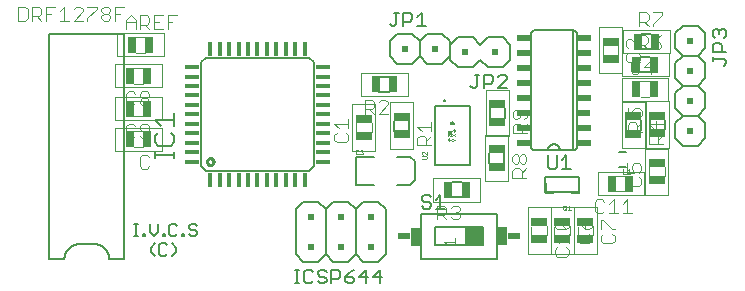
<source format=gto>
G75*
%MOIN*%
%OFA0B0*%
%FSLAX25Y25*%
%IPPOS*%
%LPD*%
%AMOC8*
5,1,8,0,0,1.08239X$1,22.5*
%
%ADD10C,0.00700*%
%ADD11C,0.00200*%
%ADD12C,0.00400*%
%ADD13R,0.02953X0.05709*%
%ADD14R,0.05709X0.02953*%
%ADD15C,0.00800*%
%ADD16C,0.00100*%
%ADD17C,0.01000*%
%ADD18C,0.00600*%
%ADD19R,0.01574X0.04528*%
%ADD20R,0.01575X0.04528*%
%ADD21R,0.01575X0.04528*%
%ADD22R,0.04528X0.01574*%
%ADD23R,0.04528X0.01575*%
%ADD24R,0.04528X0.01575*%
%ADD25C,0.00500*%
%ADD26R,0.02000X0.02000*%
%ADD27R,0.05512X0.02559*%
%ADD28R,0.02559X0.05512*%
%ADD29C,0.00300*%
%ADD30R,0.06000X0.06000*%
%ADD31R,0.03600X0.05900*%
%ADD32R,0.04200X0.02400*%
%ADD33R,0.04500X0.02000*%
D10*
X0041573Y0018595D02*
X0042915Y0018595D01*
X0042244Y0018595D02*
X0042244Y0022623D01*
X0041573Y0022623D02*
X0042915Y0022623D01*
X0046648Y0022623D02*
X0046648Y0019938D01*
X0047990Y0018595D01*
X0049333Y0019938D01*
X0049333Y0022623D01*
X0053173Y0021952D02*
X0053173Y0019267D01*
X0053844Y0018595D01*
X0055187Y0018595D01*
X0055858Y0019267D01*
X0057523Y0019267D02*
X0058195Y0019267D01*
X0058195Y0018595D01*
X0057523Y0018595D01*
X0057523Y0019267D01*
X0059698Y0019267D02*
X0060370Y0018595D01*
X0061712Y0018595D01*
X0062384Y0019267D01*
X0062384Y0019938D01*
X0061712Y0020609D01*
X0060370Y0020609D01*
X0059698Y0021281D01*
X0059698Y0021952D01*
X0060370Y0022623D01*
X0061712Y0022623D01*
X0062384Y0021952D01*
X0055858Y0021952D02*
X0055187Y0022623D01*
X0053844Y0022623D01*
X0053173Y0021952D01*
X0051669Y0019267D02*
X0051669Y0018595D01*
X0050998Y0018595D01*
X0050998Y0019267D01*
X0051669Y0019267D01*
X0051868Y0016191D02*
X0050525Y0016191D01*
X0049854Y0015520D01*
X0049854Y0012834D01*
X0050525Y0012163D01*
X0051868Y0012163D01*
X0052539Y0012834D01*
X0054204Y0012163D02*
X0055547Y0013506D01*
X0055547Y0014848D01*
X0054204Y0016191D01*
X0052539Y0015520D02*
X0051868Y0016191D01*
X0048296Y0016191D02*
X0046954Y0014848D01*
X0046954Y0013506D01*
X0048296Y0012163D01*
X0045144Y0018595D02*
X0044473Y0018595D01*
X0044473Y0019267D01*
X0045144Y0019267D01*
X0045144Y0018595D01*
D11*
X0050630Y0047098D02*
X0035094Y0047098D01*
X0035094Y0054838D01*
X0050630Y0054838D01*
X0050630Y0047098D01*
X0050621Y0057317D02*
X0035086Y0057317D01*
X0035086Y0065057D01*
X0050621Y0065057D01*
X0050621Y0057317D01*
X0050621Y0068241D02*
X0035086Y0068241D01*
X0035086Y0075981D01*
X0050621Y0075981D01*
X0050621Y0068241D01*
X0051423Y0078560D02*
X0035888Y0078560D01*
X0035888Y0086300D01*
X0051423Y0086300D01*
X0051423Y0078560D01*
X0114169Y0062560D02*
X0121909Y0062560D01*
X0121909Y0047025D01*
X0114169Y0047025D01*
X0114169Y0062560D01*
X0117077Y0065436D02*
X0117077Y0073176D01*
X0132612Y0073176D01*
X0132612Y0065436D01*
X0117077Y0065436D01*
X0126779Y0063223D02*
X0134519Y0063223D01*
X0134519Y0047688D01*
X0126779Y0047688D01*
X0126779Y0063223D01*
X0145940Y0052588D02*
X0146106Y0052588D01*
X0146774Y0051921D01*
X0146940Y0051921D01*
X0146940Y0052588D01*
X0147440Y0052588D02*
X0148440Y0051921D01*
X0148440Y0052588D02*
X0147440Y0051921D01*
X0147440Y0051088D02*
X0147606Y0051088D01*
X0147940Y0050754D01*
X0148440Y0050754D01*
X0147940Y0050754D02*
X0147606Y0050421D01*
X0147440Y0050421D01*
X0147040Y0050821D02*
X0146040Y0050821D01*
X0146540Y0051321D01*
X0146040Y0050821D02*
X0146540Y0050321D01*
X0145940Y0051921D02*
X0145940Y0052588D01*
X0146440Y0053321D02*
X0146442Y0053341D01*
X0146448Y0053359D01*
X0146457Y0053377D01*
X0146469Y0053392D01*
X0146484Y0053404D01*
X0146502Y0053413D01*
X0146520Y0053419D01*
X0146540Y0053421D01*
X0146560Y0053419D01*
X0146578Y0053413D01*
X0146596Y0053404D01*
X0146611Y0053392D01*
X0146623Y0053377D01*
X0146632Y0053359D01*
X0146638Y0053341D01*
X0146640Y0053321D01*
X0146638Y0053301D01*
X0146632Y0053283D01*
X0146623Y0053265D01*
X0146611Y0053250D01*
X0146596Y0053238D01*
X0146578Y0053229D01*
X0146560Y0053223D01*
X0146540Y0053221D01*
X0146520Y0053223D01*
X0146502Y0053229D01*
X0146484Y0053238D01*
X0146469Y0053250D01*
X0146457Y0053265D01*
X0146448Y0053283D01*
X0146442Y0053301D01*
X0146440Y0053321D01*
X0146040Y0053321D02*
X0146042Y0053365D01*
X0146048Y0053409D01*
X0146058Y0053452D01*
X0146071Y0053494D01*
X0146088Y0053535D01*
X0146109Y0053574D01*
X0146133Y0053611D01*
X0146160Y0053646D01*
X0146190Y0053678D01*
X0146223Y0053708D01*
X0146259Y0053734D01*
X0146296Y0053758D01*
X0146336Y0053777D01*
X0146377Y0053794D01*
X0146420Y0053806D01*
X0146463Y0053815D01*
X0146507Y0053820D01*
X0146551Y0053821D01*
X0146595Y0053818D01*
X0146639Y0053811D01*
X0146682Y0053800D01*
X0146724Y0053786D01*
X0146764Y0053768D01*
X0146803Y0053746D01*
X0146839Y0053722D01*
X0146873Y0053694D01*
X0146905Y0053663D01*
X0146934Y0053629D01*
X0146960Y0053593D01*
X0146982Y0053555D01*
X0147001Y0053515D01*
X0147016Y0053473D01*
X0147028Y0053431D01*
X0147036Y0053387D01*
X0147040Y0053343D01*
X0147040Y0053299D01*
X0147036Y0053255D01*
X0147028Y0053211D01*
X0147016Y0053169D01*
X0147001Y0053127D01*
X0146982Y0053087D01*
X0146960Y0053049D01*
X0146934Y0053013D01*
X0146905Y0052979D01*
X0146873Y0052948D01*
X0146839Y0052920D01*
X0146803Y0052896D01*
X0146764Y0052874D01*
X0146724Y0052856D01*
X0146682Y0052842D01*
X0146639Y0052831D01*
X0146595Y0052824D01*
X0146551Y0052821D01*
X0146507Y0052822D01*
X0146463Y0052827D01*
X0146420Y0052836D01*
X0146377Y0052848D01*
X0146336Y0052865D01*
X0146296Y0052884D01*
X0146259Y0052908D01*
X0146223Y0052934D01*
X0146190Y0052964D01*
X0146160Y0052996D01*
X0146133Y0053031D01*
X0146109Y0053068D01*
X0146088Y0053107D01*
X0146071Y0053148D01*
X0146058Y0053190D01*
X0146048Y0053233D01*
X0146042Y0053277D01*
X0146040Y0053321D01*
X0147540Y0053821D02*
X0148040Y0054321D01*
X0148540Y0053821D01*
X0148040Y0053321D02*
X0148040Y0054321D01*
X0158454Y0052457D02*
X0166195Y0052457D01*
X0166195Y0036922D01*
X0158454Y0036922D01*
X0158454Y0052457D01*
X0158610Y0051854D02*
X0158610Y0067389D01*
X0166350Y0067389D01*
X0166350Y0051854D01*
X0158610Y0051854D01*
X0156769Y0037911D02*
X0141233Y0037911D01*
X0141233Y0030170D01*
X0156769Y0030170D01*
X0156769Y0037911D01*
X0172610Y0028189D02*
X0180350Y0028189D01*
X0180350Y0012654D01*
X0172610Y0012654D01*
X0172610Y0028189D01*
X0180310Y0028189D02*
X0188050Y0028189D01*
X0188050Y0012654D01*
X0180310Y0012654D01*
X0180310Y0028189D01*
X0188010Y0028189D02*
X0195750Y0028189D01*
X0195750Y0012654D01*
X0188010Y0012654D01*
X0188010Y0028189D01*
X0195962Y0032273D02*
X0195962Y0040014D01*
X0211498Y0040014D01*
X0211498Y0032273D01*
X0195962Y0032273D01*
X0211810Y0032254D02*
X0219550Y0032254D01*
X0219550Y0047789D01*
X0211810Y0047789D01*
X0211810Y0032254D01*
X0211719Y0047960D02*
X0203978Y0047960D01*
X0203978Y0063496D01*
X0211719Y0063496D01*
X0211719Y0047960D01*
X0211941Y0048048D02*
X0219682Y0048048D01*
X0219682Y0063583D01*
X0211941Y0063583D01*
X0211941Y0048048D01*
X0219510Y0063758D02*
X0203975Y0063758D01*
X0203975Y0071498D01*
X0219510Y0071498D01*
X0219510Y0063758D01*
X0219602Y0071891D02*
X0204067Y0071891D01*
X0204067Y0079631D01*
X0219602Y0079631D01*
X0219602Y0071891D01*
X0204150Y0072854D02*
X0196410Y0072854D01*
X0196410Y0088389D01*
X0204150Y0088389D01*
X0204150Y0072854D01*
X0204412Y0079552D02*
X0204412Y0087292D01*
X0219948Y0087292D01*
X0219948Y0079552D01*
X0204412Y0079552D01*
D12*
X0205476Y0078916D02*
X0205476Y0077381D01*
X0206243Y0076614D01*
X0209313Y0076614D01*
X0210080Y0077381D01*
X0210080Y0078916D01*
X0209313Y0079683D01*
X0209534Y0080961D02*
X0209534Y0085565D01*
X0211836Y0085565D01*
X0212604Y0084798D01*
X0212604Y0083263D01*
X0211836Y0082496D01*
X0209534Y0082496D01*
X0210080Y0081218D02*
X0207011Y0084287D01*
X0206243Y0084287D01*
X0205476Y0083520D01*
X0205476Y0081985D01*
X0206243Y0081218D01*
X0210080Y0081218D02*
X0210080Y0084287D01*
X0211069Y0082496D02*
X0212604Y0080961D01*
X0214138Y0081728D02*
X0214906Y0080961D01*
X0216440Y0080961D01*
X0217208Y0081728D01*
X0217208Y0082496D01*
X0216440Y0083263D01*
X0214138Y0083263D01*
X0214138Y0081728D01*
X0214138Y0083263D02*
X0215673Y0084798D01*
X0217208Y0085565D01*
X0214484Y0088622D02*
X0214484Y0089389D01*
X0217553Y0092458D01*
X0217553Y0093226D01*
X0214484Y0093226D01*
X0212949Y0092458D02*
X0212949Y0090924D01*
X0212182Y0090156D01*
X0209880Y0090156D01*
X0211415Y0090156D02*
X0212949Y0088622D01*
X0209880Y0088622D02*
X0209880Y0093226D01*
X0212182Y0093226D01*
X0212949Y0092458D01*
X0202878Y0082122D02*
X0202878Y0079122D01*
X0205476Y0078916D02*
X0206243Y0079683D01*
X0207710Y0077432D02*
X0206942Y0076665D01*
X0206942Y0073595D01*
X0207710Y0072828D01*
X0209244Y0072828D01*
X0210012Y0073595D01*
X0211546Y0075130D02*
X0214615Y0075130D01*
X0213848Y0077432D02*
X0211546Y0075130D01*
X0210012Y0076665D02*
X0209244Y0077432D01*
X0207710Y0077432D01*
X0213848Y0077432D02*
X0213848Y0072828D01*
X0213242Y0070227D02*
X0210242Y0070227D01*
X0210341Y0065030D02*
X0213242Y0065030D01*
X0209844Y0061189D02*
X0210612Y0060421D01*
X0210612Y0058887D01*
X0209844Y0058119D01*
X0208310Y0058119D02*
X0207542Y0059654D01*
X0207542Y0060421D01*
X0208310Y0061189D01*
X0209844Y0061189D01*
X0206008Y0061189D02*
X0206008Y0058119D01*
X0208310Y0058119D01*
X0208310Y0056585D02*
X0206775Y0056585D01*
X0206008Y0055817D01*
X0206008Y0053515D01*
X0210612Y0053515D01*
X0209077Y0053515D02*
X0209077Y0055817D01*
X0208310Y0056585D01*
X0209077Y0055050D02*
X0210612Y0056585D01*
X0213045Y0056126D02*
X0215347Y0053824D01*
X0215347Y0056893D01*
X0217649Y0056126D02*
X0213045Y0056126D01*
X0213812Y0052289D02*
X0215347Y0052289D01*
X0216114Y0051522D01*
X0216114Y0049220D01*
X0217649Y0049220D02*
X0213045Y0049220D01*
X0213045Y0051522D01*
X0213812Y0052289D01*
X0216114Y0050755D02*
X0217649Y0052289D01*
X0209713Y0042895D02*
X0210480Y0042128D01*
X0210480Y0040593D01*
X0209713Y0039826D01*
X0208178Y0039826D02*
X0207411Y0041360D01*
X0207411Y0042128D01*
X0208178Y0042895D01*
X0209713Y0042895D01*
X0205876Y0042895D02*
X0205876Y0039826D01*
X0208178Y0039826D01*
X0206643Y0038291D02*
X0205876Y0037524D01*
X0205876Y0035989D01*
X0206643Y0035222D01*
X0209713Y0035222D01*
X0210480Y0035989D01*
X0210480Y0037524D01*
X0209713Y0038291D01*
X0213082Y0038522D02*
X0213082Y0041522D01*
X0218278Y0041522D02*
X0218278Y0038620D01*
X0205131Y0038742D02*
X0202230Y0038742D01*
X0202230Y0033545D02*
X0205230Y0033545D01*
X0205861Y0030947D02*
X0205861Y0026343D01*
X0207395Y0026343D02*
X0204326Y0026343D01*
X0202791Y0026343D02*
X0199722Y0026343D01*
X0201257Y0026343D02*
X0201257Y0030947D01*
X0199722Y0029413D01*
X0198187Y0030180D02*
X0197420Y0030947D01*
X0195885Y0030947D01*
X0195118Y0030180D01*
X0195118Y0027111D01*
X0195885Y0026343D01*
X0197420Y0026343D01*
X0198187Y0027111D01*
X0197843Y0024087D02*
X0200913Y0021018D01*
X0201680Y0021018D01*
X0200913Y0019483D02*
X0201680Y0018716D01*
X0201680Y0017181D01*
X0200913Y0016414D01*
X0197843Y0016414D01*
X0197076Y0017181D01*
X0197076Y0018716D01*
X0197843Y0019483D01*
X0194478Y0018922D02*
X0194478Y0021922D01*
X0193980Y0021785D02*
X0193213Y0021018D01*
X0191678Y0021018D01*
X0191678Y0023320D01*
X0192445Y0024087D01*
X0193213Y0024087D01*
X0193980Y0023320D01*
X0193980Y0021785D01*
X0191678Y0021018D02*
X0190143Y0022552D01*
X0189376Y0024087D01*
X0186280Y0023320D02*
X0186280Y0021785D01*
X0185513Y0021018D01*
X0182443Y0024087D01*
X0185513Y0024087D01*
X0186280Y0023320D01*
X0186778Y0021922D02*
X0186778Y0018922D01*
X0186280Y0019483D02*
X0186280Y0016414D01*
X0185513Y0014879D02*
X0186280Y0014112D01*
X0186280Y0012577D01*
X0185513Y0011810D01*
X0182443Y0011810D01*
X0181676Y0012577D01*
X0181676Y0014112D01*
X0182443Y0014879D01*
X0183211Y0016414D02*
X0181676Y0017949D01*
X0186280Y0017949D01*
X0189282Y0018922D02*
X0189282Y0021823D01*
X0190143Y0019483D02*
X0189376Y0018716D01*
X0189376Y0017181D01*
X0190143Y0016414D01*
X0193213Y0016414D01*
X0193980Y0017181D01*
X0193980Y0018716D01*
X0193213Y0019483D01*
X0197076Y0021018D02*
X0197076Y0024087D01*
X0197843Y0024087D01*
X0204326Y0029413D02*
X0205861Y0030947D01*
X0185513Y0021018D02*
X0182443Y0021018D01*
X0181676Y0021785D01*
X0181676Y0023320D01*
X0182443Y0024087D01*
X0179078Y0021922D02*
X0179078Y0018922D01*
X0181582Y0018922D02*
X0181582Y0021823D01*
X0173882Y0021823D02*
X0173882Y0018922D01*
X0150166Y0025008D02*
X0149399Y0024240D01*
X0147864Y0024240D01*
X0147097Y0025008D01*
X0145563Y0024240D02*
X0144028Y0025775D01*
X0144795Y0025775D02*
X0142493Y0025775D01*
X0142493Y0024240D02*
X0142493Y0028844D01*
X0144795Y0028844D01*
X0145563Y0028077D01*
X0145563Y0026542D01*
X0144795Y0025775D01*
X0147097Y0028077D02*
X0147864Y0028844D01*
X0149399Y0028844D01*
X0150166Y0028077D01*
X0150166Y0027310D01*
X0149399Y0026542D01*
X0150166Y0025775D01*
X0150166Y0025008D01*
X0149399Y0026542D02*
X0148632Y0026542D01*
X0167521Y0038182D02*
X0167521Y0040483D01*
X0168288Y0041251D01*
X0169823Y0041251D01*
X0170590Y0040483D01*
X0170590Y0038182D01*
X0172125Y0038182D02*
X0167521Y0038182D01*
X0170590Y0039716D02*
X0172125Y0041251D01*
X0171357Y0042785D02*
X0170590Y0042785D01*
X0169823Y0043553D01*
X0169823Y0045087D01*
X0170590Y0045855D01*
X0171357Y0045855D01*
X0172125Y0045087D01*
X0172125Y0043553D01*
X0171357Y0042785D01*
X0169823Y0043553D02*
X0169055Y0042785D01*
X0168288Y0042785D01*
X0167521Y0043553D01*
X0167521Y0045087D01*
X0168288Y0045855D01*
X0169055Y0045855D01*
X0169823Y0045087D01*
X0170745Y0053114D02*
X0170745Y0055416D01*
X0169978Y0056183D01*
X0168443Y0056183D01*
X0167676Y0055416D01*
X0167676Y0053114D01*
X0172280Y0053114D01*
X0170745Y0054649D02*
X0172280Y0056183D01*
X0171513Y0057718D02*
X0172280Y0058485D01*
X0172280Y0060020D01*
X0171513Y0060787D01*
X0168443Y0060787D01*
X0167676Y0060020D01*
X0167676Y0058485D01*
X0168443Y0057718D01*
X0169211Y0057718D01*
X0169978Y0058485D01*
X0169978Y0060787D01*
X0140449Y0056621D02*
X0140449Y0053552D01*
X0140449Y0052017D02*
X0138915Y0050482D01*
X0138915Y0051250D02*
X0138915Y0048948D01*
X0140449Y0048948D02*
X0135845Y0048948D01*
X0135845Y0051250D01*
X0136613Y0052017D01*
X0138147Y0052017D01*
X0138915Y0051250D01*
X0137380Y0053552D02*
X0135845Y0055086D01*
X0140449Y0055086D01*
X0126010Y0059506D02*
X0122941Y0059506D01*
X0126010Y0062575D01*
X0126010Y0063343D01*
X0125243Y0064110D01*
X0123708Y0064110D01*
X0122941Y0063343D01*
X0121406Y0063343D02*
X0121406Y0061808D01*
X0120639Y0061041D01*
X0118337Y0061041D01*
X0119871Y0061041D02*
X0121406Y0059506D01*
X0118337Y0059506D02*
X0118337Y0064110D01*
X0120639Y0064110D01*
X0121406Y0063343D01*
X0112839Y0057666D02*
X0112839Y0054597D01*
X0112072Y0053062D02*
X0112839Y0052295D01*
X0112839Y0050760D01*
X0112072Y0049993D01*
X0109002Y0049993D01*
X0108235Y0050760D01*
X0108235Y0052295D01*
X0109002Y0053062D01*
X0109770Y0054597D02*
X0108235Y0056131D01*
X0112839Y0056131D01*
X0115441Y0056293D02*
X0115441Y0053293D01*
X0120637Y0053391D02*
X0120637Y0056293D01*
X0052667Y0087630D02*
X0052667Y0092234D01*
X0055737Y0092234D01*
X0054202Y0089932D02*
X0052667Y0089932D01*
X0049598Y0089932D02*
X0048063Y0089932D01*
X0046529Y0089932D02*
X0045761Y0089165D01*
X0043460Y0089165D01*
X0044994Y0089165D02*
X0046529Y0087630D01*
X0048063Y0087630D02*
X0051133Y0087630D01*
X0048063Y0087630D02*
X0048063Y0092234D01*
X0051133Y0092234D01*
X0046529Y0091467D02*
X0046529Y0089932D01*
X0046529Y0091467D02*
X0045761Y0092234D01*
X0043460Y0092234D01*
X0043460Y0087630D01*
X0041925Y0087630D02*
X0041925Y0090699D01*
X0040390Y0092234D01*
X0038856Y0090699D01*
X0038856Y0087630D01*
X0038856Y0089932D02*
X0041925Y0089932D01*
X0036629Y0092751D02*
X0035094Y0092751D01*
X0033559Y0093518D02*
X0032792Y0092751D01*
X0031258Y0092751D01*
X0030490Y0093518D01*
X0030490Y0094285D01*
X0031258Y0095052D01*
X0032792Y0095052D01*
X0033559Y0094285D01*
X0033559Y0093518D01*
X0032792Y0092751D02*
X0033559Y0091983D01*
X0033559Y0091216D01*
X0032792Y0090449D01*
X0031258Y0090449D01*
X0030490Y0091216D01*
X0030490Y0091983D01*
X0031258Y0092751D01*
X0028956Y0094285D02*
X0025886Y0091216D01*
X0025886Y0090449D01*
X0024352Y0090449D02*
X0021282Y0090449D01*
X0024352Y0093518D01*
X0024352Y0094285D01*
X0023584Y0095052D01*
X0022050Y0095052D01*
X0021282Y0094285D01*
X0018213Y0095052D02*
X0018213Y0090449D01*
X0016678Y0090449D02*
X0019748Y0090449D01*
X0016678Y0093518D02*
X0018213Y0095052D01*
X0015144Y0095052D02*
X0012075Y0095052D01*
X0012075Y0090449D01*
X0010540Y0090449D02*
X0009005Y0091983D01*
X0009773Y0091983D02*
X0007471Y0091983D01*
X0007471Y0090449D02*
X0007471Y0095052D01*
X0009773Y0095052D01*
X0010540Y0094285D01*
X0010540Y0092751D01*
X0009773Y0091983D01*
X0012075Y0092751D02*
X0013609Y0092751D01*
X0005936Y0094285D02*
X0005936Y0091216D01*
X0005169Y0090449D01*
X0002867Y0090449D01*
X0002867Y0095052D01*
X0005169Y0095052D01*
X0005936Y0094285D01*
X0025886Y0095052D02*
X0028956Y0095052D01*
X0028956Y0094285D01*
X0035094Y0095052D02*
X0038163Y0095052D01*
X0035094Y0095052D02*
X0035094Y0090449D01*
X0042156Y0085028D02*
X0045156Y0085028D01*
X0045156Y0079832D02*
X0042254Y0079832D01*
X0041354Y0074710D02*
X0044255Y0074710D01*
X0044354Y0069513D02*
X0041354Y0069513D01*
X0041148Y0066915D02*
X0039613Y0066915D01*
X0038846Y0066148D01*
X0038846Y0063079D01*
X0039613Y0062311D01*
X0041148Y0062311D01*
X0041915Y0063079D01*
X0041354Y0063786D02*
X0044255Y0063786D01*
X0043450Y0063846D02*
X0044217Y0064613D01*
X0045752Y0064613D01*
X0046519Y0063846D01*
X0046519Y0063079D01*
X0045752Y0062311D01*
X0044217Y0062311D01*
X0043450Y0063079D01*
X0043450Y0063846D01*
X0044217Y0064613D02*
X0043450Y0065381D01*
X0043450Y0066148D01*
X0044217Y0066915D01*
X0045752Y0066915D01*
X0046519Y0066148D01*
X0046519Y0065381D01*
X0045752Y0064613D01*
X0041915Y0066148D02*
X0041148Y0066915D01*
X0041354Y0058589D02*
X0044354Y0058589D01*
X0044217Y0055991D02*
X0043450Y0055224D01*
X0043450Y0054457D01*
X0044217Y0053689D01*
X0046519Y0053689D01*
X0046519Y0052155D02*
X0046519Y0055224D01*
X0045752Y0055991D01*
X0044217Y0055991D01*
X0041915Y0055224D02*
X0041148Y0055991D01*
X0039613Y0055991D01*
X0038846Y0055224D01*
X0038846Y0052155D01*
X0039613Y0051387D01*
X0041148Y0051387D01*
X0041915Y0052155D01*
X0041362Y0053566D02*
X0044264Y0053566D01*
X0043450Y0052155D02*
X0044217Y0051387D01*
X0045752Y0051387D01*
X0046519Y0052155D01*
X0044362Y0048370D02*
X0041362Y0048370D01*
X0044225Y0045772D02*
X0043458Y0045005D01*
X0043458Y0041935D01*
X0044225Y0041168D01*
X0045760Y0041168D01*
X0046527Y0041935D01*
X0046527Y0045005D02*
X0045760Y0045772D01*
X0044225Y0045772D01*
X0197682Y0079122D02*
X0197682Y0082023D01*
D13*
X0208919Y0067633D03*
X0214619Y0067633D03*
X0206553Y0036139D03*
X0200853Y0036139D03*
X0046532Y0082435D03*
X0040832Y0082435D03*
X0039977Y0072107D03*
X0045677Y0072107D03*
X0045677Y0061183D03*
X0039977Y0061183D03*
X0039985Y0050964D03*
X0045685Y0050964D03*
D14*
X0118035Y0051969D03*
X0118035Y0057669D03*
X0176485Y0023245D03*
X0184185Y0023245D03*
X0191885Y0023245D03*
X0191885Y0017545D03*
X0184185Y0017545D03*
X0176485Y0017545D03*
X0215675Y0037198D03*
X0215675Y0042898D03*
X0200285Y0077745D03*
X0200285Y0083445D03*
D15*
X0189080Y0085822D02*
X0189080Y0048822D01*
X0189078Y0048746D01*
X0189072Y0048670D01*
X0189063Y0048595D01*
X0189049Y0048520D01*
X0189032Y0048446D01*
X0189011Y0048373D01*
X0188987Y0048301D01*
X0188958Y0048230D01*
X0188927Y0048161D01*
X0188892Y0048094D01*
X0188853Y0048029D01*
X0188811Y0047965D01*
X0188766Y0047904D01*
X0188718Y0047845D01*
X0188667Y0047789D01*
X0188613Y0047735D01*
X0188557Y0047684D01*
X0188498Y0047636D01*
X0188437Y0047591D01*
X0188373Y0047549D01*
X0188308Y0047510D01*
X0188241Y0047475D01*
X0188172Y0047444D01*
X0188101Y0047415D01*
X0188029Y0047391D01*
X0187956Y0047370D01*
X0187882Y0047353D01*
X0187807Y0047339D01*
X0187732Y0047330D01*
X0187656Y0047324D01*
X0187580Y0047322D01*
X0183380Y0047322D01*
X0179380Y0047322D01*
X0175180Y0047322D01*
X0175104Y0047324D01*
X0175028Y0047330D01*
X0174953Y0047339D01*
X0174878Y0047353D01*
X0174804Y0047370D01*
X0174731Y0047391D01*
X0174659Y0047415D01*
X0174588Y0047444D01*
X0174519Y0047475D01*
X0174452Y0047510D01*
X0174387Y0047549D01*
X0174323Y0047591D01*
X0174262Y0047636D01*
X0174203Y0047684D01*
X0174147Y0047735D01*
X0174093Y0047789D01*
X0174042Y0047845D01*
X0173994Y0047904D01*
X0173949Y0047965D01*
X0173907Y0048029D01*
X0173868Y0048094D01*
X0173833Y0048161D01*
X0173802Y0048230D01*
X0173773Y0048301D01*
X0173749Y0048373D01*
X0173728Y0048446D01*
X0173711Y0048520D01*
X0173697Y0048595D01*
X0173688Y0048670D01*
X0173682Y0048746D01*
X0173680Y0048822D01*
X0173680Y0085822D01*
X0173682Y0085898D01*
X0173688Y0085974D01*
X0173697Y0086049D01*
X0173711Y0086124D01*
X0173728Y0086198D01*
X0173749Y0086271D01*
X0173773Y0086343D01*
X0173802Y0086414D01*
X0173833Y0086483D01*
X0173868Y0086550D01*
X0173907Y0086615D01*
X0173949Y0086679D01*
X0173994Y0086740D01*
X0174042Y0086799D01*
X0174093Y0086855D01*
X0174147Y0086909D01*
X0174203Y0086960D01*
X0174262Y0087008D01*
X0174323Y0087053D01*
X0174387Y0087095D01*
X0174452Y0087134D01*
X0174519Y0087169D01*
X0174588Y0087200D01*
X0174659Y0087229D01*
X0174731Y0087253D01*
X0174804Y0087274D01*
X0174878Y0087291D01*
X0174953Y0087305D01*
X0175028Y0087314D01*
X0175104Y0087320D01*
X0175180Y0087322D01*
X0187580Y0087322D01*
X0187680Y0087322D02*
X0187680Y0047322D01*
X0183380Y0047322D02*
X0183378Y0047410D01*
X0183372Y0047499D01*
X0183362Y0047587D01*
X0183349Y0047674D01*
X0183331Y0047761D01*
X0183310Y0047847D01*
X0183285Y0047932D01*
X0183256Y0048015D01*
X0183223Y0048098D01*
X0183187Y0048178D01*
X0183148Y0048257D01*
X0183105Y0048335D01*
X0183058Y0048410D01*
X0183008Y0048483D01*
X0182955Y0048554D01*
X0182899Y0048623D01*
X0182840Y0048689D01*
X0182778Y0048752D01*
X0182714Y0048812D01*
X0182647Y0048870D01*
X0182577Y0048924D01*
X0182505Y0048976D01*
X0182431Y0049024D01*
X0182354Y0049069D01*
X0182276Y0049110D01*
X0182196Y0049148D01*
X0182115Y0049182D01*
X0182032Y0049213D01*
X0181947Y0049240D01*
X0181862Y0049263D01*
X0181776Y0049282D01*
X0181688Y0049298D01*
X0181601Y0049310D01*
X0181513Y0049318D01*
X0181424Y0049322D01*
X0181336Y0049322D01*
X0181247Y0049318D01*
X0181159Y0049310D01*
X0181072Y0049298D01*
X0180984Y0049282D01*
X0180898Y0049263D01*
X0180813Y0049240D01*
X0180728Y0049213D01*
X0180645Y0049182D01*
X0180564Y0049148D01*
X0180484Y0049110D01*
X0180406Y0049069D01*
X0180329Y0049024D01*
X0180255Y0048976D01*
X0180183Y0048924D01*
X0180113Y0048870D01*
X0180046Y0048812D01*
X0179982Y0048752D01*
X0179920Y0048689D01*
X0179861Y0048623D01*
X0179805Y0048554D01*
X0179752Y0048483D01*
X0179702Y0048410D01*
X0179655Y0048335D01*
X0179612Y0048257D01*
X0179573Y0048178D01*
X0179537Y0048098D01*
X0179504Y0048015D01*
X0179475Y0047932D01*
X0179450Y0047847D01*
X0179429Y0047761D01*
X0179411Y0047674D01*
X0179398Y0047587D01*
X0179388Y0047499D01*
X0179382Y0047410D01*
X0179380Y0047322D01*
X0178668Y0036215D02*
X0178668Y0033066D01*
X0181030Y0033066D01*
X0187330Y0033066D02*
X0189692Y0033066D01*
X0189692Y0036215D01*
X0153446Y0042478D02*
X0150296Y0042478D01*
X0144785Y0042478D02*
X0141635Y0042478D01*
X0135124Y0043549D02*
X0133549Y0045123D01*
X0129219Y0045123D01*
X0135124Y0043549D02*
X0135124Y0037249D01*
X0133549Y0035675D01*
X0129219Y0035675D01*
X0121345Y0035675D02*
X0115439Y0035675D01*
X0115439Y0045123D01*
X0121345Y0045123D01*
X0101480Y0041905D02*
X0099905Y0040330D01*
X0065259Y0040330D01*
X0063684Y0041905D01*
X0063684Y0076551D01*
X0065259Y0078125D01*
X0099905Y0078125D01*
X0101480Y0076551D01*
X0101480Y0041905D01*
X0141635Y0062163D02*
X0144785Y0062163D01*
X0144840Y0063758D02*
X0144842Y0063786D01*
X0144848Y0063813D01*
X0144857Y0063839D01*
X0144870Y0063864D01*
X0144887Y0063887D01*
X0144906Y0063907D01*
X0144928Y0063924D01*
X0144952Y0063938D01*
X0144978Y0063948D01*
X0145005Y0063955D01*
X0145033Y0063958D01*
X0145061Y0063957D01*
X0145088Y0063952D01*
X0145115Y0063943D01*
X0145140Y0063931D01*
X0145163Y0063916D01*
X0145184Y0063897D01*
X0145202Y0063876D01*
X0145217Y0063852D01*
X0145228Y0063826D01*
X0145236Y0063800D01*
X0145240Y0063772D01*
X0145240Y0063744D01*
X0145236Y0063716D01*
X0145228Y0063690D01*
X0145217Y0063664D01*
X0145202Y0063640D01*
X0145184Y0063619D01*
X0145163Y0063600D01*
X0145140Y0063585D01*
X0145115Y0063573D01*
X0145088Y0063564D01*
X0145061Y0063559D01*
X0145033Y0063558D01*
X0145005Y0063561D01*
X0144978Y0063568D01*
X0144952Y0063578D01*
X0144928Y0063592D01*
X0144906Y0063609D01*
X0144887Y0063629D01*
X0144870Y0063652D01*
X0144857Y0063677D01*
X0144848Y0063703D01*
X0144842Y0063730D01*
X0144840Y0063758D01*
X0150296Y0062163D02*
X0153446Y0062163D01*
X0147146Y0056258D02*
X0147148Y0056297D01*
X0147154Y0056336D01*
X0147164Y0056374D01*
X0147177Y0056411D01*
X0147194Y0056446D01*
X0147214Y0056480D01*
X0147238Y0056511D01*
X0147265Y0056540D01*
X0147294Y0056566D01*
X0147326Y0056589D01*
X0147360Y0056609D01*
X0147396Y0056625D01*
X0147433Y0056637D01*
X0147472Y0056646D01*
X0147511Y0056651D01*
X0147550Y0056652D01*
X0147589Y0056649D01*
X0147628Y0056642D01*
X0147665Y0056631D01*
X0147702Y0056617D01*
X0147737Y0056599D01*
X0147770Y0056578D01*
X0147801Y0056553D01*
X0147829Y0056526D01*
X0147854Y0056496D01*
X0147876Y0056463D01*
X0147895Y0056429D01*
X0147910Y0056393D01*
X0147922Y0056355D01*
X0147930Y0056317D01*
X0147934Y0056278D01*
X0147934Y0056238D01*
X0147930Y0056199D01*
X0147922Y0056161D01*
X0147910Y0056123D01*
X0147895Y0056087D01*
X0147876Y0056053D01*
X0147854Y0056020D01*
X0147829Y0055990D01*
X0147801Y0055963D01*
X0147770Y0055938D01*
X0147737Y0055917D01*
X0147702Y0055899D01*
X0147665Y0055885D01*
X0147628Y0055874D01*
X0147589Y0055867D01*
X0147550Y0055864D01*
X0147511Y0055865D01*
X0147472Y0055870D01*
X0147433Y0055879D01*
X0147396Y0055891D01*
X0147360Y0055907D01*
X0147326Y0055927D01*
X0147294Y0055950D01*
X0147265Y0055976D01*
X0147238Y0056005D01*
X0147214Y0056036D01*
X0147194Y0056070D01*
X0147177Y0056105D01*
X0147164Y0056142D01*
X0147154Y0056180D01*
X0147148Y0056219D01*
X0147146Y0056258D01*
X0149280Y0074922D02*
X0146780Y0077422D01*
X0146780Y0082422D01*
X0149280Y0084922D01*
X0154280Y0084922D01*
X0156780Y0082422D01*
X0159280Y0084922D01*
X0164280Y0084922D01*
X0166780Y0082422D01*
X0166780Y0077422D01*
X0164280Y0074922D01*
X0159280Y0074922D01*
X0156780Y0077422D01*
X0154280Y0074922D01*
X0149280Y0074922D01*
X0187580Y0087322D02*
X0187656Y0087320D01*
X0187732Y0087314D01*
X0187807Y0087305D01*
X0187882Y0087291D01*
X0187956Y0087274D01*
X0188029Y0087253D01*
X0188101Y0087229D01*
X0188172Y0087200D01*
X0188241Y0087169D01*
X0188308Y0087134D01*
X0188373Y0087095D01*
X0188437Y0087053D01*
X0188498Y0087008D01*
X0188557Y0086960D01*
X0188613Y0086909D01*
X0188667Y0086855D01*
X0188718Y0086799D01*
X0188766Y0086740D01*
X0188811Y0086679D01*
X0188853Y0086615D01*
X0188892Y0086550D01*
X0188927Y0086483D01*
X0188958Y0086414D01*
X0188987Y0086343D01*
X0189011Y0086271D01*
X0189032Y0086198D01*
X0189049Y0086124D01*
X0189063Y0086049D01*
X0189072Y0085974D01*
X0189078Y0085898D01*
X0189080Y0085822D01*
D16*
X0117806Y0047137D02*
X0117806Y0046887D01*
X0117555Y0046637D01*
X0117806Y0046386D01*
X0117806Y0046136D01*
X0117555Y0045886D01*
X0117055Y0045886D01*
X0116805Y0046136D01*
X0116332Y0046136D02*
X0116082Y0045886D01*
X0115582Y0045886D01*
X0115332Y0046136D01*
X0115332Y0047137D01*
X0115582Y0047387D01*
X0116082Y0047387D01*
X0116332Y0047137D01*
X0116805Y0047137D02*
X0117055Y0047387D01*
X0117555Y0047387D01*
X0117806Y0047137D01*
X0117555Y0046637D02*
X0117305Y0046637D01*
X0137489Y0046595D02*
X0137489Y0046094D01*
X0137739Y0045844D01*
X0137489Y0045371D02*
X0138740Y0045371D01*
X0138990Y0045121D01*
X0138990Y0044621D01*
X0138740Y0044371D01*
X0137489Y0044371D01*
X0138990Y0045844D02*
X0137990Y0046845D01*
X0137739Y0046845D01*
X0137489Y0046595D01*
X0138990Y0046845D02*
X0138990Y0045844D01*
X0184534Y0028523D02*
X0184534Y0027522D01*
X0184784Y0027272D01*
X0185284Y0027272D01*
X0185534Y0027522D01*
X0185534Y0028523D01*
X0185284Y0028773D01*
X0184784Y0028773D01*
X0184534Y0028523D01*
X0185034Y0027772D02*
X0185534Y0027272D01*
X0186007Y0027272D02*
X0187008Y0027272D01*
X0186507Y0027272D02*
X0186507Y0028773D01*
X0186007Y0028273D01*
X0204303Y0039378D02*
X0205304Y0039378D01*
X0205776Y0039378D02*
X0206777Y0039378D01*
X0206277Y0039378D02*
X0206277Y0040880D01*
X0205776Y0040379D01*
X0204303Y0040880D02*
X0204303Y0039378D01*
D17*
X0065721Y0043480D02*
X0065723Y0043547D01*
X0065729Y0043613D01*
X0065739Y0043679D01*
X0065753Y0043744D01*
X0065770Y0043808D01*
X0065792Y0043871D01*
X0065817Y0043933D01*
X0065846Y0043993D01*
X0065879Y0044051D01*
X0065914Y0044107D01*
X0065954Y0044161D01*
X0065996Y0044212D01*
X0066041Y0044261D01*
X0066089Y0044307D01*
X0066140Y0044350D01*
X0066193Y0044390D01*
X0066249Y0044427D01*
X0066307Y0044460D01*
X0066366Y0044490D01*
X0066427Y0044516D01*
X0066490Y0044539D01*
X0066554Y0044557D01*
X0066619Y0044572D01*
X0066685Y0044583D01*
X0066751Y0044590D01*
X0066817Y0044593D01*
X0066884Y0044592D01*
X0066950Y0044587D01*
X0067016Y0044578D01*
X0067082Y0044565D01*
X0067146Y0044548D01*
X0067209Y0044528D01*
X0067271Y0044503D01*
X0067332Y0044475D01*
X0067391Y0044444D01*
X0067447Y0044409D01*
X0067502Y0044371D01*
X0067554Y0044329D01*
X0067603Y0044284D01*
X0067650Y0044237D01*
X0067694Y0044187D01*
X0067734Y0044134D01*
X0067772Y0044079D01*
X0067806Y0044022D01*
X0067837Y0043963D01*
X0067864Y0043902D01*
X0067887Y0043840D01*
X0067907Y0043776D01*
X0067923Y0043711D01*
X0067935Y0043646D01*
X0067943Y0043580D01*
X0067947Y0043513D01*
X0067947Y0043447D01*
X0067943Y0043380D01*
X0067935Y0043314D01*
X0067923Y0043249D01*
X0067907Y0043184D01*
X0067887Y0043120D01*
X0067864Y0043058D01*
X0067837Y0042997D01*
X0067806Y0042938D01*
X0067772Y0042881D01*
X0067734Y0042826D01*
X0067694Y0042773D01*
X0067650Y0042723D01*
X0067603Y0042676D01*
X0067554Y0042631D01*
X0067502Y0042589D01*
X0067447Y0042551D01*
X0067390Y0042516D01*
X0067332Y0042485D01*
X0067271Y0042457D01*
X0067209Y0042432D01*
X0067146Y0042412D01*
X0067082Y0042395D01*
X0067016Y0042382D01*
X0066950Y0042373D01*
X0066884Y0042368D01*
X0066817Y0042367D01*
X0066751Y0042370D01*
X0066685Y0042377D01*
X0066619Y0042388D01*
X0066554Y0042403D01*
X0066490Y0042421D01*
X0066427Y0042444D01*
X0066366Y0042470D01*
X0066307Y0042500D01*
X0066249Y0042533D01*
X0066193Y0042570D01*
X0066140Y0042610D01*
X0066089Y0042653D01*
X0066041Y0042699D01*
X0065996Y0042748D01*
X0065954Y0042799D01*
X0065914Y0042853D01*
X0065879Y0042909D01*
X0065846Y0042967D01*
X0065817Y0043027D01*
X0065792Y0043089D01*
X0065770Y0043152D01*
X0065753Y0043216D01*
X0065739Y0043281D01*
X0065729Y0043347D01*
X0065723Y0043413D01*
X0065721Y0043480D01*
D18*
X0054782Y0044528D02*
X0054782Y0046663D01*
X0054782Y0045595D02*
X0048377Y0045595D01*
X0048377Y0044528D02*
X0048377Y0046663D01*
X0049444Y0048825D02*
X0053714Y0048825D01*
X0054782Y0049892D01*
X0054782Y0052027D01*
X0053714Y0053095D01*
X0054782Y0055270D02*
X0054782Y0059541D01*
X0054782Y0057405D02*
X0048377Y0057405D01*
X0050512Y0055270D01*
X0049444Y0053095D02*
X0048377Y0052027D01*
X0048377Y0049892D01*
X0049444Y0048825D01*
X0095406Y0027667D02*
X0095406Y0012667D01*
X0097906Y0010167D01*
X0102906Y0010167D01*
X0105406Y0012667D01*
X0105406Y0027667D01*
X0102906Y0030167D01*
X0097906Y0030167D01*
X0095406Y0027667D01*
X0105406Y0027667D02*
X0107906Y0030167D01*
X0112906Y0030167D01*
X0115406Y0027667D01*
X0115406Y0012667D01*
X0112906Y0010167D01*
X0107906Y0010167D01*
X0105406Y0012667D01*
X0115406Y0012667D02*
X0117906Y0010167D01*
X0122906Y0010167D01*
X0125406Y0012667D01*
X0125406Y0027667D01*
X0122906Y0030167D01*
X0117906Y0030167D01*
X0115406Y0027667D01*
X0137088Y0026051D02*
X0162288Y0026051D01*
X0162288Y0011051D01*
X0137088Y0011051D01*
X0137088Y0026051D01*
X0141688Y0021551D02*
X0157688Y0021551D01*
X0157688Y0015551D01*
X0141688Y0015551D01*
X0141688Y0021551D01*
X0147387Y0031540D02*
X0150615Y0031540D01*
X0150615Y0036540D02*
X0147387Y0036540D01*
X0159825Y0043075D02*
X0159825Y0046304D01*
X0164825Y0046304D02*
X0164825Y0043075D01*
X0178580Y0038422D02*
X0189780Y0038422D01*
X0189780Y0033222D01*
X0178580Y0033222D01*
X0178580Y0038422D01*
X0203018Y0041816D02*
X0205381Y0041816D01*
X0205381Y0046541D02*
X0203018Y0046541D01*
X0205349Y0054114D02*
X0205349Y0057342D01*
X0210349Y0057342D02*
X0210349Y0054114D01*
X0213312Y0054201D02*
X0213312Y0057430D01*
X0218312Y0057430D02*
X0218312Y0054201D01*
X0221880Y0056222D02*
X0221880Y0051222D01*
X0224380Y0048722D01*
X0229380Y0048722D01*
X0231880Y0051222D01*
X0231880Y0056222D01*
X0229380Y0058722D01*
X0224380Y0058722D01*
X0221880Y0056222D01*
X0224380Y0058722D02*
X0221880Y0061222D01*
X0221880Y0066222D01*
X0224380Y0068722D01*
X0221880Y0071222D01*
X0221880Y0076222D01*
X0224380Y0078722D01*
X0221880Y0081222D01*
X0221880Y0086222D01*
X0224380Y0088722D01*
X0229380Y0088722D01*
X0231880Y0086222D01*
X0231880Y0081222D01*
X0229380Y0078722D01*
X0231880Y0076222D01*
X0231880Y0071222D01*
X0229380Y0068722D01*
X0224380Y0068722D01*
X0229380Y0068722D02*
X0231880Y0066222D01*
X0231880Y0061222D01*
X0229380Y0058722D01*
X0213449Y0073261D02*
X0210220Y0073261D01*
X0210220Y0078261D02*
X0213449Y0078261D01*
X0213794Y0080922D02*
X0210566Y0080922D01*
X0210566Y0085922D02*
X0213794Y0085922D01*
X0224380Y0078722D02*
X0229380Y0078722D01*
X0164980Y0061236D02*
X0164980Y0058008D01*
X0159980Y0058008D02*
X0159980Y0061236D01*
X0133149Y0057070D02*
X0133149Y0053841D01*
X0128149Y0053841D02*
X0128149Y0057070D01*
X0126459Y0066806D02*
X0123230Y0066806D01*
X0123230Y0071806D02*
X0126459Y0071806D01*
X0129179Y0076177D02*
X0134179Y0076177D01*
X0136679Y0078677D01*
X0139179Y0076177D01*
X0144179Y0076177D01*
X0146679Y0078677D01*
X0146679Y0083677D01*
X0144179Y0086177D01*
X0139179Y0086177D01*
X0136679Y0083677D01*
X0136679Y0078677D01*
X0129179Y0076177D02*
X0126679Y0078677D01*
X0126679Y0083677D01*
X0129179Y0086177D01*
X0134179Y0086177D01*
X0136679Y0083677D01*
D19*
X0098330Y0080980D03*
X0082582Y0080980D03*
X0066834Y0080980D03*
X0066834Y0037476D03*
X0082582Y0037476D03*
X0098330Y0037476D03*
D20*
X0095180Y0037476D03*
X0092030Y0037476D03*
X0073134Y0037476D03*
X0069984Y0037476D03*
X0069984Y0080980D03*
X0073134Y0080980D03*
X0092030Y0080980D03*
X0095180Y0080980D03*
D21*
X0088881Y0080980D03*
X0085731Y0080980D03*
X0079433Y0080980D03*
X0076283Y0080980D03*
X0076283Y0037476D03*
X0079433Y0037476D03*
X0085731Y0037476D03*
X0088881Y0037476D03*
D22*
X0104334Y0043480D03*
X0104334Y0059228D03*
X0104334Y0074976D03*
X0060830Y0074976D03*
X0060830Y0059228D03*
X0060830Y0043480D03*
D23*
X0060830Y0046629D03*
X0060830Y0049779D03*
X0060830Y0068676D03*
X0060830Y0071826D03*
X0104334Y0071826D03*
X0104334Y0068676D03*
X0104334Y0049779D03*
X0104334Y0046629D03*
D24*
X0104334Y0052928D03*
X0104334Y0056078D03*
X0104334Y0062377D03*
X0104334Y0065527D03*
X0060830Y0065527D03*
X0060830Y0062377D03*
X0060830Y0056078D03*
X0060830Y0052928D03*
D25*
X0018219Y0010957D02*
X0013219Y0010957D01*
X0013219Y0085957D01*
X0038219Y0085957D01*
X0038219Y0010957D01*
X0033219Y0010957D01*
X0033217Y0011097D01*
X0033211Y0011237D01*
X0033201Y0011377D01*
X0033188Y0011517D01*
X0033170Y0011656D01*
X0033148Y0011795D01*
X0033123Y0011932D01*
X0033094Y0012070D01*
X0033061Y0012206D01*
X0033024Y0012341D01*
X0032983Y0012475D01*
X0032938Y0012608D01*
X0032890Y0012740D01*
X0032838Y0012870D01*
X0032783Y0012999D01*
X0032724Y0013126D01*
X0032661Y0013252D01*
X0032595Y0013376D01*
X0032526Y0013497D01*
X0032453Y0013617D01*
X0032376Y0013735D01*
X0032297Y0013850D01*
X0032214Y0013964D01*
X0032128Y0014074D01*
X0032039Y0014183D01*
X0031947Y0014289D01*
X0031852Y0014392D01*
X0031755Y0014493D01*
X0031654Y0014590D01*
X0031551Y0014685D01*
X0031445Y0014777D01*
X0031336Y0014866D01*
X0031226Y0014952D01*
X0031112Y0015035D01*
X0030997Y0015114D01*
X0030879Y0015191D01*
X0030759Y0015264D01*
X0030638Y0015333D01*
X0030514Y0015399D01*
X0030388Y0015462D01*
X0030261Y0015521D01*
X0030132Y0015576D01*
X0030002Y0015628D01*
X0029870Y0015676D01*
X0029737Y0015721D01*
X0029603Y0015762D01*
X0029468Y0015799D01*
X0029332Y0015832D01*
X0029194Y0015861D01*
X0029057Y0015886D01*
X0028918Y0015908D01*
X0028779Y0015926D01*
X0028639Y0015939D01*
X0028499Y0015949D01*
X0028359Y0015955D01*
X0028219Y0015957D01*
X0023219Y0015957D01*
X0023079Y0015955D01*
X0022939Y0015949D01*
X0022799Y0015939D01*
X0022659Y0015926D01*
X0022520Y0015908D01*
X0022381Y0015886D01*
X0022244Y0015861D01*
X0022106Y0015832D01*
X0021970Y0015799D01*
X0021835Y0015762D01*
X0021701Y0015721D01*
X0021568Y0015676D01*
X0021436Y0015628D01*
X0021306Y0015576D01*
X0021177Y0015521D01*
X0021050Y0015462D01*
X0020924Y0015399D01*
X0020800Y0015333D01*
X0020679Y0015264D01*
X0020559Y0015191D01*
X0020441Y0015114D01*
X0020326Y0015035D01*
X0020212Y0014952D01*
X0020102Y0014866D01*
X0019993Y0014777D01*
X0019887Y0014685D01*
X0019784Y0014590D01*
X0019683Y0014493D01*
X0019586Y0014392D01*
X0019491Y0014289D01*
X0019399Y0014183D01*
X0019310Y0014074D01*
X0019224Y0013964D01*
X0019141Y0013850D01*
X0019062Y0013735D01*
X0018985Y0013617D01*
X0018912Y0013497D01*
X0018843Y0013376D01*
X0018777Y0013252D01*
X0018714Y0013126D01*
X0018655Y0012999D01*
X0018600Y0012870D01*
X0018548Y0012740D01*
X0018500Y0012608D01*
X0018455Y0012475D01*
X0018414Y0012341D01*
X0018377Y0012206D01*
X0018344Y0012070D01*
X0018315Y0011932D01*
X0018290Y0011795D01*
X0018268Y0011656D01*
X0018250Y0011517D01*
X0018237Y0011377D01*
X0018227Y0011237D01*
X0018221Y0011097D01*
X0018219Y0010957D01*
X0094963Y0007420D02*
X0096464Y0007420D01*
X0095714Y0007420D02*
X0095714Y0002917D01*
X0096464Y0002917D02*
X0094963Y0002917D01*
X0098032Y0003667D02*
X0098783Y0002917D01*
X0100284Y0002917D01*
X0101035Y0003667D01*
X0102636Y0003667D02*
X0103387Y0002917D01*
X0104888Y0002917D01*
X0105639Y0003667D01*
X0105639Y0004418D01*
X0104888Y0005169D01*
X0103387Y0005169D01*
X0102636Y0005919D01*
X0102636Y0006670D01*
X0103387Y0007420D01*
X0104888Y0007420D01*
X0105639Y0006670D01*
X0107240Y0007420D02*
X0109492Y0007420D01*
X0110243Y0006670D01*
X0110243Y0005169D01*
X0109492Y0004418D01*
X0107240Y0004418D01*
X0107240Y0002917D02*
X0107240Y0007420D01*
X0111844Y0005169D02*
X0114096Y0005169D01*
X0114847Y0004418D01*
X0114847Y0003667D01*
X0114096Y0002917D01*
X0112595Y0002917D01*
X0111844Y0003667D01*
X0111844Y0005169D01*
X0113345Y0006670D01*
X0114847Y0007420D01*
X0116448Y0005169D02*
X0119451Y0005169D01*
X0121052Y0005169D02*
X0124055Y0005169D01*
X0123304Y0007420D02*
X0121052Y0005169D01*
X0123304Y0002917D02*
X0123304Y0007420D01*
X0118700Y0007420D02*
X0116448Y0005169D01*
X0118700Y0002917D02*
X0118700Y0007420D01*
X0101035Y0006670D02*
X0100284Y0007420D01*
X0098783Y0007420D01*
X0098032Y0006670D01*
X0098032Y0003667D01*
X0137438Y0028552D02*
X0138189Y0027801D01*
X0139690Y0027801D01*
X0140441Y0028552D01*
X0140441Y0029302D01*
X0139690Y0030053D01*
X0138189Y0030053D01*
X0137438Y0030803D01*
X0137438Y0031554D01*
X0138189Y0032305D01*
X0139690Y0032305D01*
X0140441Y0031554D01*
X0142042Y0030803D02*
X0143543Y0032305D01*
X0143543Y0027801D01*
X0142042Y0027801D02*
X0145044Y0027801D01*
X0141635Y0042478D02*
X0153446Y0042478D01*
X0153446Y0062163D01*
X0141635Y0062163D01*
X0141635Y0042478D01*
X0179422Y0041822D02*
X0180173Y0041072D01*
X0181674Y0041072D01*
X0182425Y0041822D01*
X0182425Y0045576D01*
X0184026Y0044074D02*
X0185527Y0045576D01*
X0185527Y0041072D01*
X0184026Y0041072D02*
X0187029Y0041072D01*
X0179422Y0041822D02*
X0179422Y0045576D01*
X0165729Y0067972D02*
X0162726Y0067972D01*
X0165729Y0070974D01*
X0165729Y0071725D01*
X0164978Y0072476D01*
X0163477Y0072476D01*
X0162726Y0071725D01*
X0161125Y0071725D02*
X0161125Y0070224D01*
X0160374Y0069473D01*
X0158122Y0069473D01*
X0158122Y0067972D02*
X0158122Y0072476D01*
X0160374Y0072476D01*
X0161125Y0071725D01*
X0156521Y0072476D02*
X0155020Y0072476D01*
X0155770Y0072476D02*
X0155770Y0068722D01*
X0155020Y0067972D01*
X0154269Y0067972D01*
X0153518Y0068722D01*
X0138840Y0088627D02*
X0135837Y0088627D01*
X0137338Y0088627D02*
X0137338Y0093131D01*
X0135837Y0091629D01*
X0134236Y0090879D02*
X0133485Y0090128D01*
X0131233Y0090128D01*
X0128881Y0089378D02*
X0128881Y0093131D01*
X0128131Y0093131D02*
X0129632Y0093131D01*
X0131233Y0093131D02*
X0133485Y0093131D01*
X0134236Y0092380D01*
X0134236Y0090879D01*
X0131233Y0088627D02*
X0131233Y0093131D01*
X0128881Y0089378D02*
X0128131Y0088627D01*
X0127380Y0088627D01*
X0126629Y0089378D01*
X0234326Y0086920D02*
X0234326Y0085418D01*
X0235077Y0084668D01*
X0236578Y0086169D02*
X0236578Y0086920D01*
X0237329Y0087670D01*
X0238079Y0087670D01*
X0238830Y0086920D01*
X0238830Y0085418D01*
X0238079Y0084668D01*
X0236578Y0083066D02*
X0237329Y0082316D01*
X0237329Y0080064D01*
X0238830Y0080064D02*
X0234326Y0080064D01*
X0234326Y0082316D01*
X0235077Y0083066D01*
X0236578Y0083066D01*
X0236578Y0086920D02*
X0235827Y0087670D01*
X0235077Y0087670D01*
X0234326Y0086920D01*
X0234326Y0078463D02*
X0234326Y0076961D01*
X0234326Y0077712D02*
X0238079Y0077712D01*
X0238830Y0076961D01*
X0238830Y0076211D01*
X0238079Y0075460D01*
D26*
X0226880Y0073722D03*
X0226880Y0083722D03*
X0226880Y0063722D03*
X0226880Y0053722D03*
X0161780Y0079922D03*
X0151780Y0079922D03*
X0141679Y0081177D03*
X0131679Y0081177D03*
X0120406Y0025167D03*
X0110406Y0025167D03*
X0100406Y0025167D03*
X0100406Y0015167D03*
X0110406Y0015167D03*
X0120406Y0015167D03*
D27*
X0162330Y0041810D03*
X0162330Y0047610D03*
X0162486Y0056742D03*
X0162486Y0062542D03*
X0130655Y0058376D03*
X0130655Y0052576D03*
X0207854Y0052849D03*
X0215806Y0052895D03*
X0215806Y0058695D03*
X0207854Y0058649D03*
D28*
X0208914Y0075767D03*
X0214714Y0075767D03*
X0215060Y0083428D03*
X0209260Y0083428D03*
X0127765Y0069300D03*
X0121965Y0069300D03*
X0146122Y0034035D03*
X0151922Y0034035D03*
D29*
X0148538Y0017987D02*
X0148538Y0015518D01*
X0148538Y0016752D02*
X0144835Y0016752D01*
X0146069Y0015518D01*
D30*
X0154688Y0018551D03*
D31*
X0164088Y0018601D03*
X0135288Y0018501D03*
D32*
X0131388Y0018551D03*
X0167988Y0018551D03*
D33*
X0171430Y0049822D03*
X0171430Y0054822D03*
X0171430Y0059822D03*
X0171430Y0064822D03*
X0171430Y0069822D03*
X0171430Y0074822D03*
X0171430Y0079822D03*
X0171430Y0084822D03*
X0191330Y0084822D03*
X0191330Y0079822D03*
X0191330Y0074822D03*
X0191330Y0069822D03*
X0191330Y0064822D03*
X0191230Y0059822D03*
X0191330Y0054822D03*
X0191330Y0049822D03*
M02*

</source>
